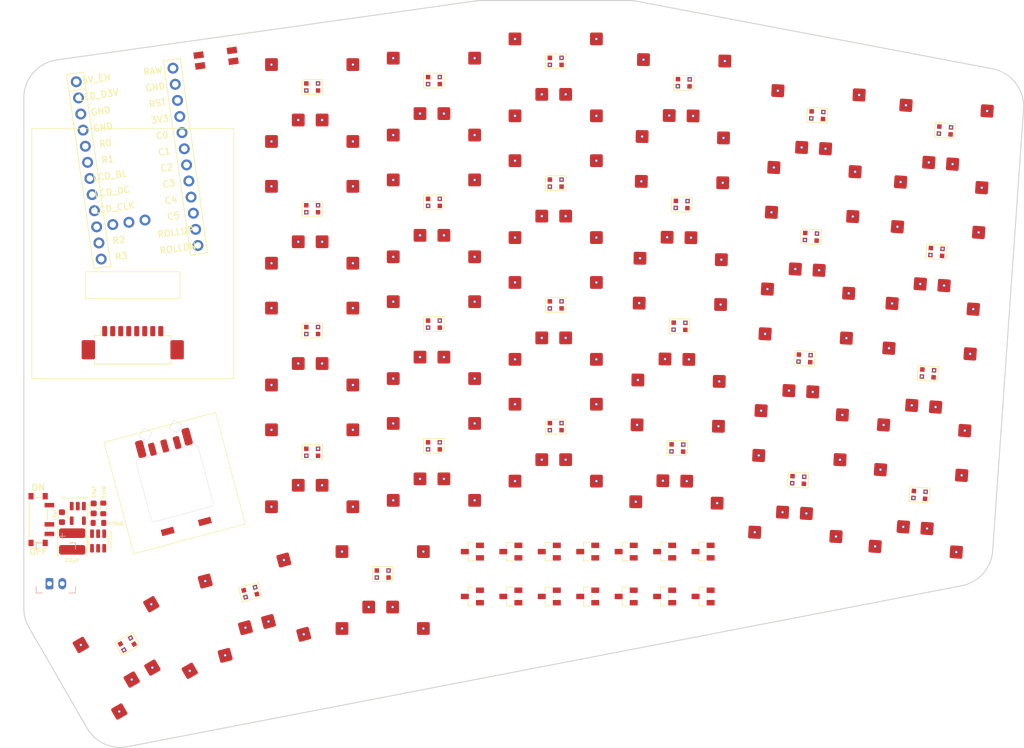
<source format=kicad_pcb>
(kicad_pcb (version 20241229) (generator "pcbnew") (generator_version "9.0")
  (title_block (title "toomanykeys_right") (date "2025-06-07") (rev "0.1") (company "huntercook"))
  (layers (0 "F.Cu" signal) (2 "B.Cu" signal) (13 "F.Paste" user) (15 "B.Paste" user) (5 "F.SilkS" user "F.Silkscreen") (7 "B.SilkS" user "B.Silkscreen") (1 "F.Mask" user) (3 "B.Mask" user) (25 "Edge.Cuts" user))
  (net 0 "")
  (net 1 "RAW")
  (net 2 "GND")
  (net 3 "/outer_bottom")
  (net 4 "3V3")
  (net 5 "C0")
  (net 6 "C1")
  (net 7 "C2")
  (net 8 "C3")
  (net 9 "C4")
  (net 10 "C5")
  (net 11 "ROLLUP")
  (net 12 "ROLLDN")
  (net 13 "5V_EN")
  (net 14 "LED_D3V")
  (net 15 "R0")
  (net 16 "R1")
  (net 17 "LCD_BL")
  (net 18 "LCD_DC")
  (net 19 "LCD_CLK")
  (net 20 "LCD_DIN")
  (net 21 "R2")
  (net 22 "R3")
  (net 23 "R4")
  (net 24 "LCD_CS")
  (net 25 "LCD_RST")
  (net 26 "/pinky_bottom")
  (net 27 "/pinky_home")
  (net 28 "/outer_home")
  (net 29 "/pinky_top")
  (net 30 "/outer_top")
  (net 31 "/outer_num")
  (net 32 "/pinky_num")
  (net 33 "/middle_bottom")
  (net 34 "/ring_bottom")
  (net 35 "/ring_home")
  (net 36 "/middle_home")
  (net 37 "/ring_top")
  (net 38 "/middle_top")
  (net 39 "/middle_num")
  (net 40 "/ring_num")
  (net 41 "/inner_bottom")
  (net 42 "/index_bottom")
  (net 43 "/index_home")
  (net 44 "/inner_home")
  (net 45 "/index_top")
  (net 46 "/inner_top")
  (net 47 "/index_num")
  (net 48 "/inner_num")
  (net 49 "/mid_fan")
  (net 50 "/near_fan")
  (net 51 "/roller")
  (net 52 "/far_fan")
  (net 53 "/BAT_P")
  (net 54 "BOOST_SW")
  (net 55 "/LED_26")
  (net 56 "/LED_27")
  (net 57 "/LED_25")
  (net 58 "/LED_24")
  (net 59 "/LED_23")
  (net 60 "/LED_19")
  (net 61 "/LED_18")
  (net 62 "/LED_17")
  (net 63 "/LED_16")
  (net 64 "/LED_15")
  (net 65 "/LED_11")
  (net 66 "/LED_10")
  (net 67 "/LED_9")
  (net 68 "/LED_8")
  (net 69 "/LED_7")
  (net 70 "/LED_2")
  (net 71 "/LED_3")
  (net 72 "/LED_1")
  (net 73 "/LED_D5V")
  (net 74 "/LED_20")
  (net 75 "/LED_21")
  (net 76 "/LED_22")
  (net 77 "/LED_12")
  (net 78 "/LED_13")
  (net 79 "5V")
  (net 80 "/LED_14")
  (net 81 "/LED_4")
  (net 82 "/LED_5")
  (net 83 "/LED_6")
  (net 84 "/RST")
  (net 86 "BOOST_FB")
  (footprint "ceoloide:mcu_nice_nano" (layer "F.Cu") (at 230.306855 104.557023 8)
    (property "Reference" "MCU1" (hide yes))
    (property "Value" "nice_nano")
  )
  (footprint "LED_WS2812B-2020_PLCC4_2.0x2.0mm" (layer "F.Cu") (at 257.806855 131.857023)
    (property "Reference" "LED25" (hide yes))
    (property "Value" "WS2812B-2020")
  )
  (footprint "BAV70 SOT23" (layer "F.Cu") (at 318.806855 173.357023 90)
    (property "Reference" "D4" (hide yes))
    (property "Value" "BAV70")
  )
  (footprint "LED_WS2812B-2020_PLCC4_2.0x2.0mm" (layer "F.Cu") (at 276.806855 149.857023 180)
    (property "Reference" "LED9" (hide yes))
    (property "Value" "WS2812B-2020")
  )
  (footprint "ceoloide:mounting_hole_npth" (layer "F.Cu") (at 236.200091 193.332005 30)
    (property "Reference" "MH6" (hide yes))
    (property "Value" "")
  )
  (footprint "LED_WS2812B-2020_PLCC4_2.0x2.0mm" (layer "F.Cu") (at 315.458427 112.19433 179)
    (property "Reference" "LED7" (hide yes))
    (property "Value" "WS2812B-2020")
  )
  (footprint "BAV70 SOT23" (layer "F.Cu") (at 294.806855 173.357023 90)
    (property "Reference" "D7" (hide yes))
    (property "Value" "BAV70")
  )
  (footprint "PG1316S" (layer "F.Cu") (at 334.510605 138.703102 -3)
    (property "Reference" "S6" (hide yes))
    (property "Value" "PG1316S")
  )
  (footprint "PG1316S" (layer "F.Cu") (at 230.200091 182.9397 30)
    (property "Reference" "S27" (hide yes))
    (property "Value" "PG1316S")
  )
  (footprint "PG1316S" (layer "F.Cu") (at 295.806855 149.357023)
    (property "Reference" "S13" (hide yes))
    (property "Value" "PG1316S")
  )
  (footprint "Package_TO_SOT_SMD:SOT-23-6" (layer "F.Cu") (at 224.4 164.7 90)
    (property "Reference" "U1" (hide yes))
    (property "Value" "TLV61070ADBV")
  )
  (footprint "LED_WS2812B-2020_PLCC4_2.0x2.0mm" (layer "F.Cu") (at 356.550692 100.644939 176)
    (property "Reference" "LED4" (hide yes))
    (property "Value" "Outer Top")
  )
  (footprint "BAV70 SOT23" (layer "F.Cu") (at 318.806855 166.357023 90)
    (property "Reference" "D2" (hide yes))
    (property "Value" "BAV70")
  )
  (footprint "PG1316S" (layer "F.Cu") (at 356.376301 103.138849 -4)
    (property "Reference" "S4" (hide yes))
    (property "Value" "PG1316S")
  )
  (footprint "PG1316S" (layer "F.Cu") (at 276.806855 114.357023)
    (property "Reference" "S19" (hide yes))
    (property "Value" "PG1316S")
  )
  (footprint "Package_TO_SOT_SMD:SOT-23-5" (layer "F.Cu") (at 221.23 160.395 -90)
    (property "Reference" "U2" (hide yes))
    (property "Value" "SN74LV1T126DBVR")
  )
  (footprint "Resistor_SMD:R_0603_1608Metric" (layer "F.Cu") (at 224.455 161.8825)
    (property "Reference" "R1" (hide yes))
    (property "Value" "470kΩ")
  )
  (footprint "ceoloide:mounting_hole_npth" (layer "F.Cu") (at 344.767073 172.285908 -3)
    (property "Reference" "MH2" (hide yes))
    (property "Value" "")
  )
  (footprint "LED_WS2812B-2020_PLCC4_2.0x2.0mm" (layer "F.Cu") (at 336.630211 98.258606 -3)
    (property "Reference" "LED19" (hide yes))
    (property "Value" "WS2812B-2020")
  )
  (footprint "PG1316S" (layer "F.Cu") (at 336.499371 100.755179 -3)
    (property "Reference" "S8" (hide yes))
    (property "Value" "PG1316S")
  )
  (footprint "PG1316S" (layer "F.Cu") (at 257.806855 96.357023)
    (property "Reference" "S24" (hide yes))
    (property "Value" "PG1316S")
  )
  (footprint "LED_WS2812B-2020_PLCC4_2.0x2.0mm" (layer "F.Cu") (at 315.126831 131.191436 179)
    (property "Reference" "LED6" (hide yes))
    (property "Value" "WS2812B-2020")
  )
  (footprint "ceoloide:mounting_hole_npth" (layer "F.Cu") (at 282.806855 83.357023)
    (property "Reference" "MH4" (hide yes))
    (property "Value" "")
  )
  (footprint "PG1316S" (layer "F.Cu") (at 257.806855 115.357023)
    (property "Reference" "S23" (hide yes))
    (property "Value" "PG1316S")
  )
  (footprint "BAV70 SOT23" (layer "F.Cu") (at 312.806855 166.357023 90)
    (property "Reference" "D6" (hide yes))
    (property "Value" "BAV70")
  )
  (footprint "LED_WS2812B-2020_PLCC4_2.0x2.0mm" (layer "F.Cu") (at 335.635828 117.232567 -3)
    (property "Reference" "LED18" (hide yes))
    (property "Value" "WS2812B-2020")
  )
  (footprint "LED_WS2812B-2020_PLCC4_2.0x2.0mm" (layer "F.Cu") (at 315.790023 93.197224 179)
    (property "Reference" "LED8" (hide yes))
    (property "Value" "WS2812B-2020")
  )
  (footprint "LED_WS2812B-2020_PLCC4_2.0x2.0mm" (layer "F.Cu") (at 248.159808 172.692208 -165)
    (property "Reference" "LED14" (hide yes))
    (property "Value" "WS2812B-2020")
  )
  (footprint "PG1316S" (layer "F.Cu") (at 276.806855 95.357023)
    (property "Reference" "S20" (hide yes))
    (property "Value" "PG1316S")
  )
  (footprint "ceoloide:power_switch_smd_side" (layer "F.Cu") (at 215.061855 161.357023 180)
    (property "Reference" "PWR1" (hide yes))
    (property "Value" "Power SW")
  )
  (footprint "PG1316S" (layer "F.Cu") (at 257.806855 153.357023)
    (property "Reference" "S21" (hide yes))
    (property "Value" "PG1316S")
  )
  (footprint "LED_WS2812B-2020_PLCC4_2.0x2.0mm" (layer "F.Cu") (at 333.647062 155.180489 -3)
    (property "Reference" "LED16" (hide yes))
    (property "Value" "WS2812B-2020")
  )
  (footprint "LED_WS2812B-2020_PLCC4_2.0x2.0mm" (layer "F.Cu") (at 257.806855 93.857023)
    (property "Reference" "LED27" (hide yes))
    (property "Value" "Inner Top")
  )
  (footprint "huntercook:L_CJIANG_FTC404030S_4.1x4.1x3.0_SMD" (layer "F.Cu") (at 220.355 164.7825 -90)
    (property "Reference" "L1" (hide yes))
    (property "Value" "2.2μH")
  )
  (footprint "LCD_1.69_Waveshare" (layer "F.Cu") (at 229.806855 119.857023 180)
    (property "Reference" "LCD1" (hide yes))
    (property "Value" "")
  )
  (footprint "LED_WS2812B-2020_PLCC4_2.0x2.0mm" (layer "F.Cu") (at 295.806855 127.857023)
    (property "Reference" "LED21" (hide yes))
    (property "Value" "WS2812B-2020")
  )
  (footprint "ceoloide:reset_switch_smd_side" (layer "F.Cu") (at 242.806855 89.357023 8)
    (property "Reference" "RST1" (hide yes))
    (property "Value" "Reset SW")
  )
  (footprint "LED_WS2812B-2020_PLCC4_2.0x2.0mm" (layer "F.Cu") (at 268.806855 169.857023 180)
    (property "Reference" "LED13" (hide yes))
    (property "Value" "WS2812B-2020")
  )
  (footprint "Resistor_SMD:R_0603_1608Metric" (layer "F.Cu") (at 225.205 159.6175 90)
    (property "Reference" "R2" (hide yes))
    (property "Value" "51kΩ")
  )
  (footprint "CKW12" (layer "F.Cu") (at 236.351356 155.668388 105)
    (property "Reference" "RE1" (hide yes))
    (property "Value" "CKW12")
    (fp_line (start 4.999999 -4.5) (end 5 4.5) (stroke (width 0.05)) (layer "Edge.Cuts"))
    (fp_line (start 8.605736 -3.394264) (end 9.454264 -2.545736) (stroke (width 0.05)) (layer "Edge.Cuts"))
    (fp_line (start 8.393604 -3.394264) (end 7.545076 -2.545736) (stroke (width 0.05)) (layer "Edge.Cuts"))
    (fp_line (start 7.545076 -2.333604) (end 8.393604 -1.485076) (stroke (width 0.05)) (layer "Edge.Cuts"))
    (fp_line (start -4.5 -4.999999) (end 4.5 -5) (stroke (width 0.05)) (layer "Edge.Cuts"))
    (fp_line (start 8.605736 -1.485076) (end 9.454264 -2.333604) (stroke (width 0.05)) (layer "Edge.Cuts"))
    (fp_line (start 8.61 1.480812) (end 9.458528 2.32934) (stroke (width 0.05)) (layer "Edge.Cuts"))
    (fp_line (start 8.397868 1.480812) (end 7.54934 2.32934) (stroke (width 0.05)) (layer "Edge.Cuts"))
    (fp_line (start 7.54934 2.541472) (end 8.397868 3.39) (stroke (width 0.05)) (layer "Edge.Cuts"))
    (fp_line (start 8.61 3.39) (end 9.458528 2.541472) (stroke (width 0.05)) (layer "Edge.Cuts"))
    (fp_line (start 4.5 4.999999) (end 5 4.5) (stroke (width 0.05)) (layer "Edge.Cuts"))
    (fp_line (start -4.999999 4.5) (end -5 -4.5) (stroke (width 0.05)) (layer "Edge.Cuts"))
    (fp_line (start -4.5 5) (end 4.5 4.999999) (stroke (width 0.05)) (layer "Edge.Cuts"))
    (fp_arc (start 4.5 -5) (mid 4.853553 -4.853553) (end 4.999999 -4.5) (stroke (width 0.05)) (layer "Edge.Cuts"))
    (fp_arc (start 8.393604 -3.394264) (mid 8.49967 -3.438198) (end 8.605736 -3.394264) (stroke (width 0.05)) (layer "Edge.Cuts"))
    (fp_arc (start 9.454264 -2.545736) (mid 9.498198 -2.43967) (end 9.454264 -2.333604) (stroke (width 0.05)) (layer "Edge.Cuts"))
    (fp_arc (start 7.545076 -2.333604) (mid 7.501142 -2.43967) (end 7.545076 -2.545736) (stroke (width 0.05)) (layer "Edge.Cuts"))
    (fp_arc (start 8.605736 -1.485076) (mid 8.49967 -1.441142) (end 8.393604 -1.485076) (stroke (width 0.05)) (layer "Edge.Cuts"))
    (fp_arc (start -5 -4.5) (mid -4.853553 -4.853553) (end -4.5 -4.999999) (stroke (width 0.05)) (layer "Edge.Cuts"))
    (fp_arc (start 8.397868 1.480812) (mid 8.503934 1.436878) (end 8.61 1.480812) (stroke (width 0.05)) (layer "Edge.Cuts"))
    (fp_arc (start 9.458528 2.32934) (mid 9.502462 2.435406) (end 9.458528 2.541472) (stroke (width 0.05)) (layer "Edge.Cuts"))
    (fp_arc (start 7.54934 2.541472) (mid 7.505406 2.435406) (end 7.54934 2.32934) (stroke (width 0.05)) (layer "Edge.Cuts"))
    (fp_arc (start 8.61 3.39) (mid 8.503934 3.433934) (end 8.397868 3.39) (stroke (width 0.05)) (layer "Edge.Cuts"))
    (fp_arc (start -4.5 5) (mid -4.853553 4.853553) (end -4.999999 4.5) (stroke (width 0.05)) (layer "Edge.Cuts"))
  )
  (footprint "PG1316S" (layer "F.Cu") (at 248.806855 175.107023 15)
    (property "Reference" "S26" (hide yes))
    (property "Value" "PG1316S")
  )
  (footprint "LED_WS2812B-2020_PLCC4_2.0x2.0mm" (layer "F.Cu") (at 334.641445 136.206528 -3)
    (property "Reference" "LED17" (hide yes))
    (property "Value" "WS2812B-2020")
  )
  (footprint "BAV70 SOT23" (layer "F.Cu") (at 300.806855 166.357023 90)
    (property "Reference" "D1" (hide yes))
    (property "Value" "BAV70")
  )
  (footprint "LED_WS2812B-2020_PLCC4_2.0x2.0mm" (layer "F.Cu") (at 276.806855 130.857023 180)
    (property "Reference" "LED10" (hide yes))
    (property "Value" "WS2812B-2020")
  )
  (footprint "LED_WS2812B-2020_PLCC4_2.0x2.0mm" (layer "F.Cu") (at 276.806855 92.857023 180)
    (property "Reference" "LED12" (hide yes))
    (property "Value" "WS2812B-2020")
  )
  (footprint "BAV70 SOT23" (layer "F.Cu") (at 282.806855 173.357023 90)
    (property "Reference" "D14" (hide yes))
    (property "Value" "BAV70")
  )
  (footprint "PG1316S" (layer "F.Cu") (at 295.806855 130.357023)
    (property "Reference" "S14" (hide yes))
    (property "Value" "PG1316S")
  )
  (footprint "LED_WS2812B-2020_PLCC4_2.0x2.0mm" (layer "F.Cu") (at 314.795235 150.188542 179)
    (property "Reference" "LED5" (hide yes))
    (property "Value" "WS2812B-2020")
  )
  (footprint "Capacitor_SMD:C_0603_1608Metric" (layer "F.Cu") (at 223.705 159.6175 90)
    (property "Reference" "C2" (hide yes))
    (property "Value" "10μF")
  )
  (footprint "LED_WS2812B-2020_PLCC4_2.0x2.0mm" (layer "F.Cu") (at 352.574573 157.50609 176)
    (property "Reference" "LED1" (hide yes))
    (property "Value" "Outer Bottom")
  )
  (footprint "LED_WS2812B-2020_PLCC4_2.0x2.0mm" (layer "F.Cu") (at 295.806855 146.857023)
    (property "Reference" "LED20" (hide yes))
    (property "Value" "WS2812B-2020")
  )
  (footprint "BAV70 SOT23" (layer "F.Cu") (at 306.806855 173.357023 90)
    (property "Reference" "D12" (hide yes))
    (property "Value" "BAV70")
  )
  (footprint "ceoloide:mounting_hole_npth" (layer "F.Cu") (at 283.806855 182.357023)
    (property "Reference" "MH5" (hide yes))
    (property "Value" "")
  )
  (footprint "PG1316S" (layer "F.Cu") (at 353.725555 141.046283 -4)
    (property "Reference" "S2" (hide yes))
    (property "Value" "PG1316S")
  )
  (footprint "BAV70 SOT23" (layer "F.Cu") (at 288.806855 166.357023 90)
    (property "Reference" "D9" (hide yes))
    (property "Value" "BAV70")
  )
  (footprint "PG1316S" (layer "F.Cu") (at 276.806855 133.357023)
    (property "Reference" "S18" (hide yes))
    (property "Value" "PG1316S")
  )
  (footprint "LED_WS2812B-2020_PLCC4_2.0x2.0mm" (layer "F.Cu") (at 257.806855 112.857023)
    (property "Reference" "LED26" (hide yes))
    (property "Value" "WS2812B-2020")
  )
  (footprint "ceoloide:mounting_hole_npth" (layer "F.Cu") (at 215.539837 177.547395 30)
    (property "Reference" "MH7" (hide yes))
    (property "Value" "")
  )
  (footprint "PG1316S" (layer "F.Cu") (at 315.414796 114.693949 -1)
    (property "Reference" "S11" (hide yes))
    (property "Value" "PG1316S")
  )
  (footprint "BAV70 SOT23" (layer "F.Cu") (at 288.806855 173.357023 90)
    (property "Reference" "D11" (hide yes))
    (property "Value" "BAV70")
  )
  (footprint "ceoloide:mounting_hole_npth" (layer "F.Cu") (at 347.237738 90.470516 -4)
    (property "Reference" "MH1" (hide yes))
    (property "Value" "")
  )
  (footprint "LED_WS2812B-2020_PLCC4_2.0x2.0mm" (layer "F.Cu") (at 295.806855 89.857023)
    (property "Reference" "LED23" (hide yes))
    (property "Value" "WS2812B-2020")
  )
  (footprint "PG1316S" (layer "F.Cu") (at 295.806855 92.357023)
    (property "Reference" "S16" (hide yes))
    (property "Value" "PG1316S")
  )
  (footprint "PG1316S" (layer "F.Cu") (at 257.806855 134.357023)
    (property "Reference" "S22" (hide yes))
    (property "Value" "PG1316S")
  )
  (footprint "BAV70 SOT23" (layer "F.Cu") (at 294.806855 166.357023 90)
    (property "Reference" "D5" (hide yes))
    (property "Value" "BAV70")
  )
  (footprint "PG1316S" (layer "F.Cu") (at 352.400182 160 -4)
    (property "Reference" "S1" (hide yes))
    (property "Value" "PG1316S")
  )
  (footprint "LED_WS2812B-2020_PLCC4_2.0x2.0mm" (layer "F.Cu") (at 276.806855 111.857023 180)
    (property "Reference" "LED11" (hide yes))
    (property "Value" "WS2812B-2020")
  )
  (footprint "LED_WS2812B-2020_PLCC4_2.0x2.0mm" (layer "F.Cu") (at 295.806855 108.857023)
    (property "Reference" "LED22" (hide yes))
    (property "Value" "WS2812B-2020")
  )
  (footprint "Molex_PicoBlade_53261-0871_1x08-1MP_P1.25mm_Horizontal" (layer "F.Cu") (at 229.806855 134.357023)
    (property "Reference" "CONN1" (hide yes))
    (property "Value" "LCD HEADER")
  )
  (footprint "LED_WS2812B-2020_PLCC4_2.0x2.0mm" (layer "F.Cu") (at 353.899946 138.552373 176)
    (property "Reference" "LED2" (hide yes))
    (property "Value" "WS2812B-2020")
  )
  (footprint "LED_WS2812B-2020_PLCC4_2.0x2.0mm" (layer "F.Cu") (at 355.225319 119.598656 176)
    (property "Reference" "LED3" (hide yes))
    (property "Value" "WS2812B-2020")
  )
  (footprint "Capacitor_SMD:C_0603_1608Metric" (layer "F.Cu") (at 218.755 160.9825 90)
    (property "Reference" "C1" (hide yes))
    (property "Value" "10μF")
  )
  (footprint "ceoloide:mounting_hole_npth" (layer "F.Cu") (at 308.806855 83.357023)
    (property "Reference" "MH3" (hide yes))
    (property "Value" "")
  )
  (footprint "BAV70 SOT23" (layer "F.Cu") (at 312.806855 173.357023 90)
    (property "Reference" "D8" (hide yes))
    (property "Value" "BAV70")
  )
  (footprint "BAV70 SOT23" (layer "F.Cu") (at 300.806855 173.357023 90)
    (property "Reference" "D3" (hide yes))
    (property "Value" "BAV70")
  )
  (footprint "PG1316S" (layer "F.Cu") (at 315.746392 95.696843 -1)
    (property "Reference" "S12" (hide yes))
    (property "Value" "PG1316S")
  )
  (footprint "PG1316S" (layer "F.Cu") (at 314.751604 152.688162 -1)
    (property "Reference" "S9" (hide yes))
    (property "Value" "PG1316S")
  )
  (footprint "PG1316S" (layer "F.Cu") (at 315.0832 133.691055 -1)
    (property "Reference" "S10" (hide yes))
    (property "Value" "PG1316S")
  )
  (footprint "PG1316S" (layer "F.Cu") (at 355.050928 122.092566 -4)
    (property "Reference" "S3" (hide yes))
    (property "Value" "PG1316S")
  )
  (footprint "PG1316S" (layer "F.Cu") (at 268.806855 172.357023)
    (property "Reference" "S25" (hide yes))
    (property "Value" "PG1316S")
  )
  (footprint "BAV70 SOT23" (layer "F.Cu") (at 306.806855 166.357023 90)
    (property "Reference" "D10" (hide yes))
    (property "Value" "BAV70")
  )
  (footprint "PG1316S" (layer "F.Cu") (at 333.516222 157.677063 -3)
    (property "Reference" "S5" (hide yes))
    (property "Value" "PG1316S")
  )
  (footprint "LED_WS2812B-2020_PLCC4_2.0x2.0mm" (layer "F.Cu") (at 228.950091 180.774636 -150)
    (property "Reference" "LED15" (hide yes))
    (property "Value" "Far Thumb")
  )
  (footprint "LED_WS2812B-2020_PLCC4_2.0x2.0mm" (layer "F.Cu") (at 257.806855 150.857023)
    (property "Reference" "LED24" (hide yes))
    (property "Value" "Inner Bottom")
  )
  (footprint "PG1316S" (layer "F.Cu") (at 335.504988 119.729141 -3)
    (property "Reference" "S7" (hide yes))
    (property "Value" "PG1316S")
  )
  (footprint "PG1316S" (layer "F.Cu") (at 295.806855 111.357023)
    (property "Reference" "S15" (hide yes))
    (property "Value" "PG1316S")
  )
  (footprint "PG1316S" (layer "F.Cu") (at 276.806855 152.357023)
    (property "Reference" "S17" (hide yes))
    (property "Value" "PG1316S")
  )
  (footprint "BAV70 SOT23" (layer "F.Cu") (at 282.806855 166.357023 90)
    (property "Reference" "D13" (hide yes))
    (property "Value" "BAV70")
  )
  (footprint "ceoloide:battery_connector_jst_ph_2" (layer "B.Cu") (at 217.806855 171.357023 180)
    (property "Reference" "JST1" (hide yes))
    (property "Value" "Battery Connector")
  )
  (gr_arc (start 307.242554 80.357023) (mid 307.804376 80.383389) (end 308.361262 80.462238) (stroke (width 0.15)) (layer "Edge.Cuts"))
  (gr_arc (start 363.94552 91.010975) (mid 367.578827 93.24264) (end 368.812197 97.3243) (stroke (width 0.15)) (layer "Edge.Cuts"))
  (gr_line (start 363.94552 91.010975) (end 308.361262 80.462238) (stroke (width 0.15)) (layer "Edge.Cuts"))
  (gr_arc (start 363.995017 166.213186) (mid 362.500517 169.773556) (end 359.146084 171.686037) (stroke (width 0.15)) (layer "Edge.Cuts"))
  (gr_arc (start 213.610284 178.199051) (mid 213.011202 176.752285) (end 212.806855 175.199777) (stroke (width 0.15)) (layer "Edge.Cuts"))
  (gr_line (start 229.004358 196.790433) (end 359.146084 171.686037) (stroke (width 0.15)) (layer "Edge.Cuts"))
  (gr_line (start 363.995017 166.213186) (end 368.812197 97.3243) (stroke (width 0.15)) (layer "Edge.Cuts"))
  (gr_line (start 307.242554 80.357023) (end 284.227315 80.357023) (stroke (width 0.15)) (layer "Edge.Cuts"))
  (gr_line (start 212.806855 95.571172) (end 212.806855 175.199777) (stroke (width 0.15)) (layer "Edge.Cuts"))
  (gr_arc (start 283.390504 80.415664) (mid 283.807883 80.371702) (end 284.227315 80.357023) (stroke (width 0.15)) (layer "Edge.Cuts"))
  (gr_arc (start 229.004358 196.790433) (mid 225.375466 196.356865) (end 222.671335 193.898317) (stroke (width 0.15)) (layer "Edge.Cuts"))
  (gr_line (start 213.610284 178.199051) (end 222.671335 193.898317) (stroke (width 0.15)) (layer "Edge.Cuts"))
  (gr_line (start 283.390504 80.415664) (end 217.970044 89.629813) (stroke (width 0.15)) (layer "Edge.Cuts"))
  (gr_arc (start 212.806855 95.571172) (mid 214.278017 91.635497) (end 217.970044 89.629813) (stroke (width 0.15)) (layer "Edge.Cuts"))
)
</source>
